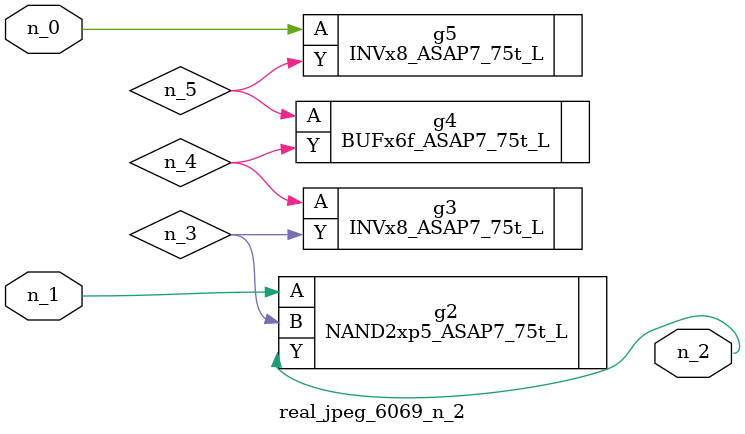
<source format=v>
module real_jpeg_6069_n_2 (n_1, n_0, n_2);

input n_1;
input n_0;

output n_2;

wire n_5;
wire n_4;
wire n_3;

INVx8_ASAP7_75t_L g5 ( 
.A(n_0),
.Y(n_5)
);

NAND2xp5_ASAP7_75t_L g2 ( 
.A(n_1),
.B(n_3),
.Y(n_2)
);

INVx8_ASAP7_75t_L g3 ( 
.A(n_4),
.Y(n_3)
);

BUFx6f_ASAP7_75t_L g4 ( 
.A(n_5),
.Y(n_4)
);


endmodule
</source>
